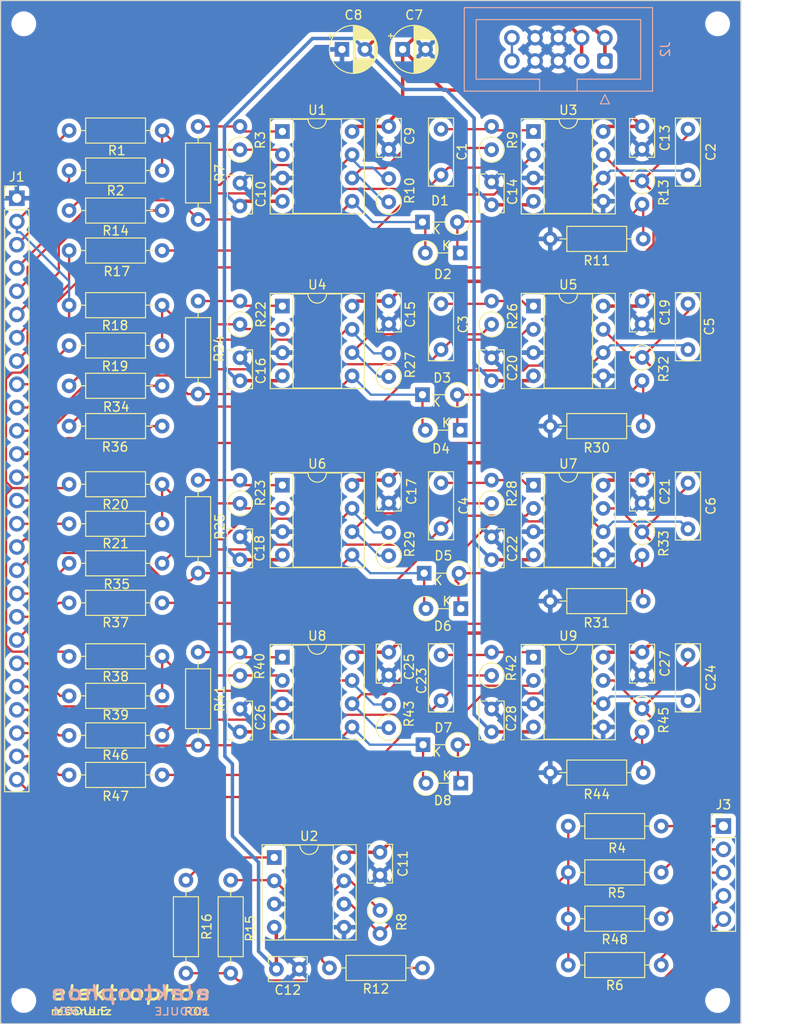
<source format=kicad_pcb>
(kicad_pcb (version 20221018) (generator pcbnew)
  (title_block (title "Noise") (date "2019-10-20") (rev "01") (comment 1 "Original design by Yves Usson") (comment 2 "PCB for main circuit") (comment 4 "License CC BY 4.0 - Attribution 4.0 International"))
  (layers (0 "F.Cu" signal) (31 "B.Cu" signal) (34 "B.Paste" user) (35 "F.Paste" user) (36 "B.SilkS" user "B.Silkscreen") (37 "F.SilkS" user "F.Silkscreen") (38 "B.Mask" user) (39 "F.Mask" user) (44 "Edge.Cuts" user))
  (net 0 "")
  (net 1 "GND")
  (net 2 "+15V")
  (net 3 "-15V")
  (net 4 "+5V")
  (net 5 "Net-(U3A--)")
  (net 6 "Net-(U3B--)")
  (net 7 "Net-(R12-Pad2)")
  (net 8 "Net-(U5A--)")
  (net 9 "Net-(C1-Pad1)")
  (net 10 "Net-(U7A--)")
  (net 11 "OUT_2")
  (net 12 "OUT_3")
  (net 13 "Net-(U5B--)")
  (net 14 "Net-(U7B--)")
  (net 15 "FREQ_1_b")
  (net 16 "FREQ_1_a")
  (net 17 "Net-(R3-Pad2)")
  (net 18 "Net-(U9A--)")
  (net 19 "Net-(U9B--)")
  (net 20 "Net-(D1-A)")
  (net 21 "OUT")
  (net 22 "Net-(R23-Pad2)")
  (net 23 "FREQ_1_c")
  (net 24 "IN_1")
  (net 25 "IN")
  (net 26 "OUT_1")
  (net 27 "FREQ_3_c")
  (net 28 "FREQ_3_b")
  (net 29 "FREQ_3_a")
  (net 30 "IN_3")
  (net 31 "FREQ_2_c")
  (net 32 "FREQ_2_b")
  (net 33 "FREQ_2_a")
  (net 34 "IN_2")
  (net 35 "RES_1")
  (net 36 "Net-(D3-A)")
  (net 37 "Net-(C3-Pad1)")
  (net 38 "Net-(D5-A)")
  (net 39 "Net-(C4-Pad1)")
  (net 40 "Net-(D7-A)")
  (net 41 "Net-(U1A--)")
  (net 42 "RES_2")
  (net 43 "RES_3")
  (net 44 "Net-(R16-Pad2)")
  (net 45 "Net-(U2B--)")
  (net 46 "Net-(U1B--)")
  (net 47 "Net-(R22-Pad2)")
  (net 48 "Net-(U2A--)")
  (net 49 "Net-(U4A--)")
  (net 50 "Net-(U6A--)")
  (net 51 "Net-(C23-Pad1)")
  (net 52 "Net-(U4B--)")
  (net 53 "OUT_4")
  (net 54 "Net-(U6B--)")
  (net 55 "RES_4")
  (net 56 "FREQ_4_b")
  (net 57 "FREQ_4_c")
  (net 58 "FREQ_4_a")
  (net 59 "IN_4")
  (net 60 "Net-(U8A--)")
  (net 61 "Net-(R40-Pad2)")
  (net 62 "Net-(U8B--)")
  (net 63 "MIX_2")
  (net 64 "MIX_4")
  (net 65 "MIX_3")
  (net 66 "MIX_1")
  (footprint "Capacitor_THT:C_Rect_L7.2mm_W2.5mm_P5.00mm_FKS2_FKP2_MKS2_MKP2" (layer "F.Cu") (at 88.773 54.69 -90)
    (fp_text reference "C1")
    (fp_text value "22n polyester")
  )
  (footprint "Capacitor_THT:C_Rect_L7.2mm_W2.5mm_P5.00mm_FKS2_FKP2_MKS2_MKP2" (layer "F.Cu") (at 115.7605 54.69 -90)
    (fp_text reference "C2")
    (fp_text value "22n polyester")
  )
  (footprint "Capacitor_THT:C_Rect_L7.2mm_W2.5mm_P5.00mm_FKS2_FKP2_MKS2_MKP2" (layer "F.Cu") (at 88.773 73.764 -90)
    (fp_text reference "C3")
    (fp_text value "22n polyester")
  )
  (footprint "Capacitor_THT:C_Rect_L7.2mm_W2.5mm_P5.00mm_FKS2_FKP2_MKS2_MKP2" (layer "F.Cu") (at 88.773 93.322 -90)
    (fp_text reference "C4")
    (fp_text value "22n polyester")
  )
  (footprint "Capacitor_THT:C_Rect_L7.2mm_W2.5mm_P5.00mm_FKS2_FKP2_MKS2_MKP2" (layer "F.Cu") (at 115.7605 73.764 -90)
    (fp_text reference "C5")
    (fp_text value "22n polyester")
  )
  (footprint "Capacitor_THT:C_Rect_L7.2mm_W2.5mm_P5.00mm_FKS2_FKP2_MKS2_MKP2" (layer "F.Cu") (at 115.7605 93.345 -90)
    (fp_text reference "C6")
    (fp_text value "22n polyester")
  )
  (footprint "Diode_THT:D_DO-35_SOD27_P3.81mm_Vertical_KathodeUp" (layer "F.Cu") (at 86.747129 64.8335)
    (fp_text reference "D1")
    (fp_text value "1N4148")
  )
  (footprint "Diode_THT:D_DO-35_SOD27_P3.81mm_Vertical_KathodeUp" (layer "F.Cu") (at 90.8685 68.2106 180)
    (fp_text reference "D2")
    (fp_text value "1N4148")
  )
  (footprint "Diode_THT:D_DO-35_SOD27_P3.81mm_Vertical_KathodeUp" (layer "F.Cu") (at 86.747129 83.693)
    (fp_text reference "D3")
    (fp_text value "1N4148")
  )
  (footprint "Diode_THT:D_DO-35_SOD27_P3.81mm_Vertical_KathodeUp" (layer "F.Cu") (at 90.8685 87.5665 180)
    (fp_text reference "D4")
    (fp_text value "1N4148")
  )
  (footprint "Diode_THT:D_DO-35_SOD27_P3.81mm_Vertical_KathodeUp" (layer "F.Cu") (at 86.9315 103.1875)
    (fp_text reference "D5")
    (fp_text value "1N4148")
  )
  (footprint "Diode_THT:D_DO-35_SOD27_P3.81mm_Vertical_KathodeUp" (layer "F.Cu") (at 90.932 107.061 180)
    (fp_text reference "D6")
    (fp_text value "1N4148")
  )
  (footprint "Resistor_THT:R_Axial_DIN0207_L6.3mm_D2.5mm_P10.16mm_Horizontal" (layer "F.Cu") (at 48.133 54.84)
    (fp_text reference "R1")
    (fp_text value "47k")
  )
  (footprint "Resistor_THT:R_Axial_DIN0207_L6.3mm_D2.5mm_P10.16mm_Horizontal" (layer "F.Cu") (at 48.133 59.208333)
    (fp_text reference "R2")
    (fp_text value "47k")
  )
  (footprint "Resistor_THT:R_Axial_DIN0207_L6.3mm_D2.5mm_P2.54mm_Vertical" (layer "F.Cu") (at 66.802 56.93 90)
    (fp_text reference "R3")
    (fp_text value "47k")
  )
  (footprint "Resistor_THT:R_Axial_DIN0207_L6.3mm_D2.5mm_P10.16mm_Horizontal" (layer "F.Cu") (at 102.6795 130.81)
    (fp_text reference "R4")
    (fp_text value "100k")
  )
  (footprint "Resistor_THT:R_Axial_DIN0207_L6.3mm_D2.5mm_P10.16mm_Horizontal" (layer "F.Cu") (at 102.6795 135.868833)
    (fp_text reference "R5")
    (fp_text value "100k")
  )
  (footprint "Resistor_THT:R_Axial_DIN0207_L6.3mm_D2.5mm_P10.16mm_Horizontal" (layer "F.Cu") (at 102.6795 145.9865)
    (fp_text reference "R6")
    (fp_text value "100k")
  )
  (footprint "Resistor_THT:R_Axial_DIN0207_L6.3mm_D2.5mm_P10.16mm_Horizontal" (layer "F.Cu") (at 62.23 54.39 -90)
    (fp_text reference "R7")
    (fp_text value "10k")
  )
  (footprint "Resistor_THT:R_Axial_DIN0207_L6.3mm_D2.5mm_P2.54mm_Vertical" (layer "F.Cu") (at 82.1055 140.0175 -90)
    (fp_text reference "R8")
    (fp_text value "100k")
  )
  (footprint "Resistor_THT:R_Axial_DIN0207_L6.3mm_D2.5mm_P2.54mm_Vertical" (layer "F.Cu") (at 94.2975 56.93 90)
    (fp_text reference "R9")
    (fp_text value "10k")
  )
  (footprint "Resistor_THT:R_Axial_DIN0207_L6.3mm_D2.5mm_P2.54mm_Vertical" (layer "F.Cu") (at 83.058 62.629 90)
    (fp_text reference "R10")
    (fp_text value "10k")
  )
  (footprint "Resistor_THT:R_Axial_DIN0207_L6.3mm_D2.5mm_P10.16mm_Horizontal" (layer "F.Cu") (at 110.871 66.675 180)
    (fp_text reference "R11")
    (fp_text value "15k")
  )
  (footprint "Resistor_THT:R_Axial_DIN0207_L6.3mm_D2.5mm_P10.16mm_Horizontal" (layer "F.Cu") (at 76.581 146.304)
    (fp_text reference "R12")
    (fp_text value "100k")
  )
  (footprint "Resistor_THT:R_Axial_DIN0207_L6.3mm_D2.5mm_P2.54mm_Vertical" (layer "F.Cu") (at 110.744 60.3485 -90)
    (fp_text reference "R13")
    (fp_text value "6k8")
  )
  (footprint "Resistor_THT:R_Axial_DIN0207_L6.3mm_D2.5mm_P10.16mm_Horizontal" (layer "F.Cu") (at 48.133 63.576666)
    (fp_text reference "R14")
    (fp_text value "680")
  )
  (footprint "Resistor_THT:R_Axial_DIN0207_L6.3mm_D2.5mm_P10.16mm_Horizontal" (layer "F.Cu") (at 65.786 146.881 90)
    (fp_text reference "R15")
    (fp_text value "100k")
  )
  (footprint "Resistor_THT:R_Axial_DIN0207_L6.3mm_D2.5mm_P10.16mm_Horizontal" (layer "F.Cu") (at 60.8965 146.881 90)
    (fp_text reference "R16")
    (fp_text value "1k")
  )
  (footprint "Resistor_THT:R_Axial_DIN0207_L6.3mm_D2.5mm_P10.16mm_Horizontal" (layer "F.Cu") (at 58.293 67.945 180)
    (fp_text reference "R17")
    (fp_text value "680")
  )
  (footprint "Resistor_THT:R_Axial_DIN0207_L6.3mm_D2.5mm_P10.16mm_Horizontal" (layer "F.Cu") (at 48.133 73.914)
    (fp_text reference "R18")
    (fp_text value "47k")
  )
  (footprint "Resistor_THT:R_Axial_DIN0207_L6.3mm_D2.5mm_P10.16mm_Horizontal" (layer "F.Cu") (at 48.133 78.3167)
    (fp_text reference "R19")
    (fp_text value "47k")
  )
  (footprint "Resistor_THT:R_Axial_DIN0207_L6.3mm_D2.5mm_P10.16mm_Horizontal" (layer "F.Cu") (at 48.133 93.472)
    (fp_text reference "R20")
    (fp_text value "47k")
  )
  (footprint "Resistor_THT:R_Axial_DIN0207_L6.3mm_D2.5mm_P10.16mm_Horizontal" (layer "F.Cu") (at 48.133 97.79)
    (fp_text reference "R21")
    (fp_text value "47k")
  )
  (footprint "Resistor_THT:R_Axial_DIN0207_L6.3mm_D2.5mm_P2.54mm_Vertical" (layer "F.Cu") (at 66.802 76.004 90)
    (fp_text reference "R22")
    (fp_text value "47k")
  )
  (footprint "Resistor_THT:R_Axial_DIN0207_L6.3mm_D2.5mm_P2.54mm_Vertical" (layer "F.Cu") (at 66.802 95.562 90)
    (fp_text reference "R23")
    (fp_text value "47k")
  )
  (footprint "Resistor_THT:R_Axial_DIN0207_L6.3mm_D2.5mm_P10.16mm_Horizontal" (layer "F.Cu") (at 62.23 73.464 -90)
    (fp_text reference "R24")
    (fp_text value "10k")
  )
  (footprint "Resistor_THT:R_Axial_DIN0207_L6.3mm_D2.5mm_P10.16mm_Horizontal" (layer "F.Cu") (at 62.23 93.022 -90)
    (fp_text reference "R25")
    (fp_text value "10k")
  )
  (footprint "Resistor_THT:R_Axial_DIN0207_L6.3mm_D2.5mm_P2.54mm_Vertical" (layer "F.Cu") (at 94.2975 76.004 90)
    (fp_text reference "R26")
    (fp_text value "10k")
  )
  (footprint "Resistor_THT:R_Axial_DIN0207_L6.3mm_D2.5mm_P2.54mm_Vertical" (layer "F.Cu") (at 83.058 81.714 90)
    (fp_text reference "R27")
    (fp_text value "10k")
  )
  (footprint "Resistor_THT:R_Axial_DIN0207_L6.3mm_D2.5mm_P2.54mm_Vertical" (layer "F.Cu") (at 94.2975 95.562 90)
    (fp_text reference "R28")
    (fp_text value "10k")
  )
  (footprint "Resistor_THT:R_Axial_DIN0207_L6.3mm_D2.5mm_P2.54mm_Vertical" (layer "F.Cu") (at 83.058 101.272 90)
    (fp_text reference "R29")
    (fp_text value "10k")
  )
  (footprint "Resistor_THT:R_Axial_DIN0207_L6.3mm_D2.5mm_P10.16mm_Horizontal" (layer "F.Cu") (at 110.871 87.122 180)
    (fp_text reference "R30")
    (fp_text value "15k")
  )
  (footprint "Resistor_THT:R_Axial_DIN0207_L6.3mm_D2.5mm_P10.16mm_Horizontal" (layer "F.Cu") (at 110.871 106.2355 180)
    (fp_text reference "R31")
    (fp_text value "15k")
  )
  (footprint "Resistor_THT:R_Axial_DIN0207_L6.3mm_D2.5mm_P2.54mm_Vertical" (layer "F.Cu") (at 110.744 79.624 -90)
    (fp_text reference "R32")
    (fp_text value "6k8")
  )
  (footprint "Resistor_THT:R_Axial_DIN0207_L6.3mm_D2.5mm_P2.54mm_Vertical" (layer "F.Cu") (at 110.744 98.679 -90)
    (fp_text reference "R33")
    (fp_text value "6k8")
  )
  (footprint "Resistor_THT:R_Axial_DIN0207_L6.3mm_D2.5mm_P10.16mm_Horizontal" (layer "F.Cu") (at 48.133 82.7193)
    (fp_text reference "R34")
    (fp_text value "680")
  )
  (footprint "Resistor_THT:R_Axial_DIN0207_L6.3mm_D2.5mm_P10.16mm_Horizontal" (layer "F.Cu") (at 58.293 102.108 180)
    (fp_text reference "R35")
    (fp_text value "680")
  )
  (footprint "Resistor_THT:R_Axial_DIN0207_L6.3mm_D2.5mm_P10.16mm_Horizontal" (layer "F.Cu") (at 48.133 87.122)
    (fp_text reference "R36")
    (fp_text value "680")
  )
  (footprint "Resistor_THT:R_Axial_DIN0207_L6.3mm_D2.5mm_P10.16mm_Horizontal" (layer "F.Cu") (at 58.293 106.426 180)
    (fp_text reference "R37")
    (fp_text value "680")
  )
  (footprint "Capacitor_THT:CP_Radial_D5.0mm_P2.50mm" (layer "F.Cu") (at 84.582 45.974)
    (fp_text reference "C7")
    (fp_text value "10u")
  )
  (footprint "Capacitor_THT:CP_Radial_D5.0mm_P2.50mm" (layer "F.Cu") (at 77.952 45.974)
    (fp_text reference "C8")
    (fp_text value "10u")
  )
  (footprint "Capacitor_THT:C_Rect_L4.0mm_W2.5mm_P2.50mm" (layer "F.Cu") (at 83.058 54.39 -90)
    (fp_text reference "C9")
    (fp_text value "0.1u")
  )
  (footprint "Capacitor_THT:C_Rect_L4.0mm_W2.5mm_P2.50mm" (layer "F.Cu") (at 66.802 60.579 -90)
    (fp_text reference "C10")
    (fp_text value "0.1u")
  )
  (footprint "Capacitor_THT:C_Rect_L4.0mm_W2.5mm_P2.50mm" (layer "F.Cu") (at 82.1055 133.6675 -90)
    (fp_text reference "C11")
    (fp_text value "0.1u")
  )
  (footprint "Capacitor_THT:C_Rect_L4.0mm_W2.5mm_P2.50mm" (layer "F.Cu") (at 73.279 146.431 180)
    (fp_text reference "C12")
    (fp_text value "0.1u")
  )
  (footprint "Capacitor_THT:C_Rect_L4.0mm_W2.5mm_P2.50mm" (layer "F.Cu") (at 110.744 54.39 -90)
    (fp_text reference "C13")
    (fp_text value "0.1u")
  )
  (footprint "Capacitor_THT:C_Rect_L4.0mm_W2.5mm_P2.50mm" (layer "F.Cu") (at 94.2975 60.452 -90)
    (fp_text reference "C14")
    (fp_text value "0.1u")
  )
  (footprint "Capacitor_THT:C_Rect_L4.0mm_W2.5mm_P2.50mm" (layer "F.Cu") (at 83.058 73.464 -90)
    (fp_text reference "C15")
    (fp_text value "0.1u")
  )
  (footprint "Capacitor_THT:C_Rect_L4.0mm_W2.5mm_P2.50mm" (layer "F.Cu") (at 66.802 79.664 -90)
    (fp_text reference "C16")
    (fp_text value "0.1u")
  )
  (footprint "Capacitor_THT:C_Rect_L4.0mm_W2.5mm_P2.50mm" (layer "F.Cu") (at 83.058 93.022 -90)
    (fp_text reference "C17")
    (fp_text value "0.1u")
  )
  (footprint "Capacitor_THT:C_Rect_L4.0mm_W2.5mm_P2.50mm" (layer "F.Cu") (at 66.802 99.222 -90)
    (fp_text reference "C18")
    (fp_text value "0.1u")
  )
  (footprint "Capacitor_THT:C_Rect_L4.0mm_W2.5mm_P2.50mm" (layer "F.Cu") (at 110.744 73.464 -90)
    (fp_text reference "C19")
    (fp_text value "0.1u")
  )
  (footprint "Capacitor_THT:C_Rect_L4.0mm_W2.5mm_P2.50mm" (layer "F.Cu") (at 94.2975 79.664 -90)
    (fp_text reference "C20")
    (fp_text value "0.1u")
  )
  (footprint "Capacitor_THT:C_Rect_L4.0mm_W2.5mm_P2.50mm" (layer "F.Cu") (at 110.744 93.022 -90)
    (fp_text reference "C21")
    (fp_text value "0.1u")
  )
  (footprint "Capacitor_THT:C_Rect_L4.0mm_W2.5mm_P2.50mm" (layer "F.Cu") (at 94.2975 99.222 -90)
    (fp_text reference "C22")
    (fp_text value "0.1u")
  )
  (footprint "Capacitor_THT:C_Rect_L7.2mm_W2.5mm_P5.00mm_FKS2_FKP2_MKS2_MKP2" (layer "F.Cu") (at 88.773 112.118 -90)
    (fp_text reference "C23")
    (fp_text value "22n polyester")
  )
  (footprint "Capacitor_THT:C_Rect_L7.2mm_W2.5mm_P5.00mm_FKS2_FKP2_MKS2_MKP2" (layer "F.Cu") (at 115.7605 112.118 -90)
    (fp_text reference "C24")
    (fp_text value "22n polyester")
  )
  (footprint "Capacitor_THT:C_Rect_L4.0mm_W2.5mm_P2.50mm" (layer "F.Cu") (at 83.058 111.818 -90)
    (fp_text reference "C25")
    (fp_text value "0.1u")
  )
  (footprint "Capacitor_THT:C_Rect_L4.0mm_W2.5mm_P2.50mm" (layer "F.Cu") (at 66.802 118.018 -90)
    (fp_text reference "C26")
    (fp_text value "0.1u")
  )
  (footprint "Capacitor_THT:C_Rect_L4.0mm_W2.5mm_P2.50mm" (layer "F.Cu") (at 110.744 111.818 -90)
    (fp_text reference "C27")
    (fp_text value "0.1u")
  )
  (footprint "Capacitor_THT:C_Rect_L4.0mm_W2.5mm_P2.50mm" (layer "F.Cu") (at 94.2975 118.018 -90)
    (fp_text reference "C28")
    (fp_text value "0.1u")
  )
  (footprint "Diode_THT:D_DO-35_SOD27_P3.81mm_Vertical_KathodeUp" (layer "F.Cu") (at 86.810629 121.92)
    (fp_text reference "D7")
    (fp_text value "1N4148")
  )
  (footprint "Diode_THT:D_DO-35_SOD27_P3.81mm_Vertical_KathodeUp" (layer "F.Cu") (at 90.932 126.123 180)
    (fp_text reference "D8")
    (fp_text value "1N4148")
  )
  (footprint "Resistor_THT:R_Axial_DIN0207_L6.3mm_D2.5mm_P10.16mm_Horizontal" (layer "F.Cu") (at 48.133 112.268)
    (fp_text reference "R38")
    (fp_text value "47k")
  )
  (footprint "Resistor_THT:R_Axial_DIN0207_L6.3mm_D2.5mm_P10.16mm_Horizontal" (layer "F.Cu") (at 48.133 116.586)
    (fp_text reference "R39")
    (fp_text value "47k")
  )
  (footprint "Resistor_THT:R_Axial_DIN0207_L6.3mm_D2.5mm_P2.54mm_Vertical" (layer "F.Cu") (at 66.802 114.358 90)
    (fp_text reference "R40")
    (fp_text value "47k")
  )
  (footprint "Resistor_THT:R_Axial_DIN0207_L6.3mm_D2.5mm_P10.16mm_Horizontal" (layer "F.Cu") (at 62.23 111.818 -90)
    (fp_text reference "R41")
    (fp_text value "10k")
  )
  (footprint "Resistor_THT:R_Axial_DIN0207_L6.3mm_D2.5mm_P2.54mm_Vertical" (layer "F.Cu") (at 94.2975 114.358 90)
    (fp_text reference "R42")
    (fp_text value "10k")
  )
  (footprint "Resistor_THT:R_Axial_DIN0207_L6.3mm_D2.5mm_P2.54mm_Vertical" (layer "F.Cu") (at 83.058 120.068 90)
    (fp_text reference "R43")
    (fp_text value "10k")
  )
  (footprint "Resistor_THT:R_Axial_DIN0207_L6.3mm_D2.5mm_P10.16mm_Horizontal" (layer "F.Cu") (at 110.871 124.968 180)
    (fp_text reference "R44")
    (fp_text value "15k")
  )
  (footprint "Resistor_THT:R_Axial_DIN0207_L6.3mm_D2.5mm_P2.54mm_Vertical" (layer "F.Cu") (at 110.744 117.978 -90)
    (fp_text reference "R45")
    (fp_text value "6k8")
  )
  (footprint "Resistor_THT:R_Axial_DIN0207_L6.3mm_D2.5mm_P10.16mm_Horizontal" (layer "F.Cu") (at 58.293 120.904 180)
    (fp_text reference "R46")
    (fp_text value "680")
  )
  (footprint "Resistor_THT:R_Axial_DIN0207_L6.3mm_D2.5mm_P10.16mm_Horizontal" (layer "F.Cu") (at 58.293 125.222 180)
    (fp_text reference "R47")
    (fp_text value "680")
  )
  (footprint "Connector_PinHeader_2.54mm:PinHeader_1x26_P2.54mm_Vertical" (layer "F.Cu") (at 42.418 62.23)
    (fp_text reference "J1")
    (fp_text value "Conn_01x26_Female" hide)
  )
  (footprint "Connector_PinHeader_2.54mm:PinHeader_1x05_P2.54mm_Vertical" (layer "F.Cu") (at 119.634 130.81)
    (fp_text reference "J3")
    (fp_text value "Conn_01x05_Female")
  )
  (footprint "Package_DIP:DIP-8_W7.62mm_Socket" (layer "F.Cu") (at 71.4375 54.94)
    (fp_text reference "U1")
    (fp_text value "LM1458")
  )
  (footprint "Package_DIP:DIP-8_W7.62mm_Socket" (layer "F.Cu") (at 98.8695 54.94)
    (fp_text reference "U3")
    (fp_text value "LM1458")
  )
  (footprint "Package_DIP:DIP-8_W7.62mm_Socket" (layer "F.Cu") (at 71.4375 74.014)
    (fp_text reference "U4")
    (fp_text value "LM1458")
  )
  (footprint "Package_DIP:DIP-8_W7.62mm_Socket" (layer "F.Cu") (at 98.8695 74.014)
    (fp_text reference "U5")
    (fp_text value "LM1458")
  )
  (footprint "Package_DIP:DIP-8_W7.62mm_Socket" (layer "F.Cu") (at 71.4375 93.572)
    (fp_text reference "U6")
    (fp_text value "LM1458")
  )
  (footprint "Package_DIP:DIP-8_W7.62mm_Socket" (layer "F.Cu") (at 98.8695 93.572)
    (fp_text reference "U7")
    (fp_text value "LM1458")
  )
  (footprint "Package_DIP:DIP-8_W7.62mm_Socket" (layer "F.Cu") (at 71.4375 112.368)
    (fp_text reference "U8")
    (fp_text value "LM1458")
  )
  (footprint "Package_DIP:DIP-8_W7.62mm_Socket" (layer "F.Cu") (at 98.8695 112.368)
    (fp_text reference "U9")
    (fp_text value "LM1458")
  )
  (footprint "MountingHole:MountingHole_2.2mm_M2" (layer "F.Cu") (at 43.18 43.18)
    (fp_text reference "H1" hide)
    (fp_text value "MountingHole" hide)
  )
  (footprint "MountingHole:MountingHole_2.2mm_M2" (layer "F.Cu") (at 119 43.18)
    (fp_text reference "H2" hide)
    (fp_text value "MountingHole" hide)
  )
  (footprint "MountingHole:MountingHole_2.2mm_M2" (layer "F.Cu") (at 119 149.86)
    (fp_text reference "H3" hide)
    (fp_text value "MountingHole" hide)
  )
  (footprint "MountingHole:MountingHole_2.2mm_M2" (layer "F.Cu") (at 43.18 149.86)
    (fp_text reference "H4" hide)
    (fp_text value "MountingHole" hide)
  )
  (footprint "Resistor_THT:R_Axial_DIN0207_L6.3mm_D2.5mm_P10.16mm_Horizontal" (layer "F.Cu") (at 102.6795 140.927666)
    (fp_text reference "R48")
    (fp_text value "100k")
  )
  (footprint "Package_DIP:DIP-8_W7.62mm_Socket" (layer "F.Cu") (at 70.5485 134.239)
    (fp_text reference "U2")
    (fp_text value "TL072")
  )
  (footprint "elektrophon:elektrophon logo" (layer "F.Cu") (at 54.864 150.0505)
    (fp_text reference "REF1" hide)
    (fp_text value "elektrophon logo" hide)
  )
  (footprint "Connector_IDC:IDC-Header_2x05_P2.54mm_Vertical" (layer "B.Cu") (at 106.68 47.244 90)
    (fp_text reference "J2")
    (fp_text value "IDC Header")
  )
  (gr_line (start 40.64 152.4) (end 40.64 40.64) (stroke (width 0.12)) (layer "Edge.Cuts"))
  (gr_line (start 40.64 152.4) (end 121.54 152.4) (stroke (width 0.12)) (layer "Edge.Cuts"))
  (gr_line (start 40.64 40.64) (end 121.54 40.64) (stroke (width 0.12)) (layer "Edge.Cuts"))
  (gr_line (start 121.54 40.64) (end 121.54 152.4) (stroke (width 0.12)) (layer "Edge.Cuts"))
  (segment (start 85.2115 71.3105) (end 113.03 71.3105) (width 0.381) (layer "F.Cu") (net 2))
  (segment (start 83.058 111.818) (end 79.6075 111.818) (width 0.381) (layer "F.Cu") (net 2))
  (segment (start 107.188 50.419) (end 116.5225 50.419) (width 0.381) (layer "F.Cu") (net 2))
  (segment (start 84.582 45.974) (end 88.509489 42.046511) (width 0.381) (layer "F.Cu") (net 2))
  (segment (start 79.6075 93.022) (end 79.0575 93.572) (width 0.381) (layer "F.Cu") (net 2))
  (segment (start 113.03 71.3105) (end 114.6175 71.3105) (width 0.381) (layer "F.Cu") (net 2))
  (segment (start 107.0395 54.39) (end 106.4895 54.94) (width 0.381) (layer "F.Cu") (net 2))
  (segment (start 84.9575 91.1225) (end 113.665 91.1225) (width 0.381) (layer "F.Cu") (net 2))
  (segment (start 112.6435 91.1225) (end 110.744 93.022) (width 0.381) (layer "F.Cu") (net 2))
  (segment (start 116.205 128.7145) (end 87.0585 128.7145) (width 0.381) (layer "F.Cu") (net 2))
  (segment (start 83.058 54.39) (end 79.29 54.39) (width 0.381) (layer "F.Cu") (net 2))
  (segment (start 106.4895 74.014) (end 110.194 74.014) (width 0.381) (layer "F.Cu") (net 2))
  (segment (start 120.3325 65.5955) (end 120.3325 86.6775) (width 0.381) (layer "F.Cu") (net 2))
  (segment (start 84.582 45.974) (end 84.582 52.358) (width 0.381) (layer "F.Cu") (net 2))
  (segment (start 88.509489 42.046511) (end 101.482511 42.046511) (width 0.381) (layer "F.Cu") (net 2))
  (segment (start 83.058 111.818) (end 85.148 109.728) (width 0.381) (layer "F.Cu") (net 2))
  (segment (start 82.1055 133.6675) (end 78.74 133.6675) (width 0.381) (layer "F.Cu") (net 2))
  (segment (start 85.148 109.728) (end 113.0935 109.728) (width 0.381) (layer "F.Cu") (net 2))
  (segment (start 84.582 45.974) (end 89.027 50.419) (width 0.381) (layer "F.Cu") (net 2))
  (segment (start 101.482511 42.046511) (end 104.14 44.704) (width 0.381) (layer "F.Cu") (net 2))
  (segment (start 113.0935 109.728) (end 115.8875 109.728) (width 0.381) (layer "F.Cu") (net 2))
  (segment (start 107.0395 111.818) (end 106.4895 112.368) (width 0.381) (layer "F.Cu") (net 2))
  (segment (start 104.14 44.704) (end 104.14 47.244) (width 0.381) (layer "F.Cu") (net 2))
  (segment (start 112.834 109.728) (end 110.744 111.818) (width 0.381) (layer "F.Cu") (net 2))
  (segment (start 112.8975 71.3105) (end 110.744 73.464) (width 0.381) (layer "F.Cu") (net 2))
  (segment (start 110.744 111.818) (end 107.0395 111.818) (width 0.381) (layer "F.Cu") (net 2))
  (segment (start 89.027 50.419) (end 107.188 50.419) (width 0.381) (layer "F.Cu") (net 2))
  (segment (start 79.29 54.39) (end 78.74 54.94) (width 0.381) (layer "F.Cu") (net 2))
  (segment (start 113.03 71.3105) (end 112.8975 71.3105) (width 0.381) (layer "F.Cu") (net 2))
  (segment (start 113.0935 109.728) (end 112.834 109.728) (width 0.381) (layer "F.Cu") (net 2))
  (segment (start 84.582 52.358) (end 82.55 54.39) (width 0.381) (layer "F.Cu") (net 2))
  (segment (start 83.058 73.464) (end 79.6075 73.464) (width 0.381) (layer "F.Cu") (net 2))
  (segment (start 78.74 133.6675) (end 78.1685 134.239) (width 0.381) (layer "F.Cu") (net 2))
  (segment (start 115.8875 91.1225) (end 120.3325 86.6775) (width 0.381) (layer "F.Cu") (net 2))
  (segment (start 120.3325 105.283) (end 120.3325 124.587) (width 0.381) (layer "F.Cu") (net 2))
  (segment (start 120.3325 54.229) (end 120.3325 65.5955) (width 0.381) (layer "F.Cu") (net 2))
  (segment (start 83.058 73.464) (end 85.2115 71.3105) (width 0.381) (layer "F.Cu") (net 2))
  (segment (start 115.8875 109.728) (end 120.3325 105.283) (width 0.381) (layer "F.Cu") (net 2))
  (segment (start 83.058 93.022) (end 79.6075 93.022) (width 0.381) (layer "F.Cu") (net 2))
  (segment (start 114.6175 71.3105) (end 120.3325 65.5955) (width 0.381) (layer "F.Cu") (net 2))
  (segment (start 113.665 91.1225) (end 112.6435 91.1225) (width 0.381) (layer "F.Cu") (net 2))
  (segment (start 107.0395 93.022) (end 106.4895 93.572) (width 0.381) (layer "F.Cu") (net 2))
  (segment (start 79.6075 73.464) (end 79.0575 74.014) (width 0.381) (layer "F.Cu") (net 2))
  (segment (start 110.744 93.022) (end 107.0395 93.022) (width 0.381) (layer "F.Cu") (net 2))
  (segment (start 116.5225 50.419) (end 120.3325 54.229) (width 0.381) (layer "F.Cu") (net 2))
  (segment (start 110.194 74.014) (end 110.744 73.464) (width 0.381) (layer "F.Cu") (net 2))
  (segment (start 113.665 91.1225) (end 115.8875 91.1225) (width 0.381) (layer "F.Cu") (net 2))
  (segment (start 79.6075 111.818) (end 79.0575 112.368) (width 0.381) (layer "F.Cu") (net 2))
  (segment (start 110.744 54.39) (end 107.0395 54.39) (width 0.381) (layer "F.Cu") (net 2))
  (segment (start 107.188 50.834) (end 110.744 54.39) (width 0.381) (layer "F.Cu") (net 2))
  (segment (start 107.188 50.419) (end 107.188 50.834) (width 0.381) (layer "F.Cu") (net 2))
  (segment (start 120.3325 124.587) (end 116.205 128.7145) (width 0.381) (layer "F.Cu") (net 2))
  (segment (start 120.3325 86.6775) (end 120.3325 105.283) (width 0.381) (layer "F.Cu") (net 2))
  (segment (start 83.058 93.022) (end 84.9575 91.1225) (width 0.381) (layer "F.Cu") (net 2))
  (segment (start 87.0585 128.7145) (end 82.1055 133.6675) (width 0.381) (layer "F.Cu") (net 2))
  (segment (start 98.3395 82.164) (end 98.8695 81.634) (width 0.381) (layer "F.Cu") (net 3))
  (segment (start 94.2975 120.518) (end 98.3395 120.518) (width 0.381) (layer "F.Cu") (net 3))
  (segment (start 70.779 142.026) (end 70.612 141.859) (width 0.381) (layer "F.Cu") (net 3))
  (segment (start 70.9075 82.164) (end 71.4375 81.634) (width 0.381) (layer "F.Cu") (net 3))
  (segment (start 66.802 101.722) (end 70.9075 101.722) (width 0.381) (layer "F.Cu") (net 3))
  (segment (start 66.802 120.518) (end 70.9075 120.518) (width 0.381) (layer "F.Cu") (net 3))
  (segment (start 94.2975 62.952) (end 98.4775 62.952) (width 0.381) (layer "F.Cu") (net 3))
  (segment (start 66.802 82.164) (end 70.9075 82.164) (width 0.381) (layer "F.Cu") (net 3))
  (segment (start 70.9075 101.722) (end 71.4375 101.192) (width 0.381) (layer "F.Cu") (net 3))
  (segment (start 71.4375 62.56) (end 67.321 62.56) (width 0.381) (layer "F.Cu") (net 3))
  (segment (start 94.2975 82.164) (end 98.3395 82.164) (width 0.381) (layer "F.Cu") (net 3))
  (segment (start 98.3395 101.722) (end 98.8695 101.192) (width 0.381) (layer "F.Cu") (net 3))
  (segment (start 80.452 45.974) (end 84.9605 41.4655) (width 0.381) (layer "F.Cu") (net 3))
  (segment (start 70.779 146.431) (end 70.779 142.026) (width 0.381) (layer "F.Cu") (net 3))
  (segment (start 98.3395 120.518) (end 98.8695 119.988) (width 0.381) (layer "F.Cu") (net 3))
  (segment (start 70.9075 120.518) (end 71.4375 119.988) (width 0.381) (layer "F.Cu") (net 3))
  (segment (start 103.251 41.4655) (end 106.4895 44.704) (width 0.381) (layer "F.Cu") (net 3))
  (segment (start 106.4895 44.704) (end 106.68 44.704) (width 0.381) (layer "F.Cu") (net 3))
  (segment (start 67.321 62.56) (end 66.802 63.079) (width 0.381) (layer "F.Cu") (net 3))
  (segment (start 98.4775 62.952) (end 98.8695 62.56) (width 0.381) (layer "F.Cu") (net 3))
  (segment (start 94.2975 101.722) (end 98.3395 101.722) (width 0.381) (layer "F.Cu") (net 3))
  (segment (start 84.9605 41.4655) (end 103.251 41.4655) (width 0.381) (layer "F.Cu") (net 3))
  (segment (start 106.68 44.704) (end 106.68 47.244) (width 0.381) (layer "F.Cu") (net 3))
  (segment (start 92.3925 118.613) (end 94.2975 120.518) (width 0.381) (layer "B.Cu") (net 3))
  (segment (start 65.103499 78.978001) (end 65.103499 98.821999) (width 0.381) (layer "B.Cu") (net 3))
  (segment (start 81.642501 47.225501) (end 84.7725 50.3555) (width 0.381) (layer "B.Cu") (net 3))
  (segment (start 79.2615 44.7835) (end 80.452 45.974) (width 0.381) (layer "B.Cu") (net 3))
  (segment (start 65.151 123.19) (end 65.9765 124.0155) (width 0.381) (layer "B.Cu") (net 3))
  (segment (start 65.103499 80.719499) (end 66.548 82.164) (width 0.381) (layer "B.Cu") (net 3))
  (segment (start 92.3925 80.259) (end 94.2975 82.164) (width 0.381) (layer "B.Cu") (net 3))
  (segment (start 92.3925 59.7535) (end 92.3925 78.994) (width 0.381) (layer "B.Cu") (net 3))
  (segment (start 65.151 118.649502) (end 65.151 123.19) (width 0.381) (layer "B.Cu") (net 3))
  (segment (start 92.3925 59.7535) (end 92.3925 61.047) (width 0.381) (layer "B.Cu") (net 3))
  (segment (start 65.103499 119.327499) (end 66.294 120.518) (width 0.381) (layer "B.Cu") (net 3))
  (segment (start 65.103499 98.821999) (end 65.103499 100.277499) (width 0.381) (layer "B.Cu") (net 3))
  (segment (start 92.3925 98.8695) (end 92.3925 99.817) (width 0.381) (layer "B.Cu") (net 3))
  (segment (start 84.7725 50.3555) (end 89.281 50.3555) (width 0.381) (layer "B.Cu") (net 3))
  (segment (start 65.9765 131.906402) (end 68.834 134.763902) (width 0.381) (layer "B.Cu") (net 3))
  (segment (start 68.834 144.486) (end 70.779 146.431) (width 0.381) (layer "B.Cu") (net 3))
  (segment (start 65.103499 118.602001) (end 65.151 118.649502) (width 0.381) (layer "B.Cu") (net 3))
  (segment (start 65.9765 124.0155) (end 65.9765 131.906402) (width 0.381) (layer "B.Cu") (net 3))
  (segment (start 65.103499 98.821999) (end 65.103499 118.602001) (width 0.381) (layer "B.Cu") (net 3))
  (segment (start 89.281 50.3555) (end 92.3925 53.467) (width 0.381) (layer "B.Cu") (net 3))
  (segment (start 65.103499 118.602001) (end 65.103499 119.327499) (width 0.381) (layer "B.Cu") (net 3))
  (segment (start 92.3925 53.467) (end 92.3925 59.7535) (width 0.381) (layer "B.Cu") (net 3))
  (segment (start 65.103499 65) (end 65.103499 54.404879) (width 0.381) (layer "B.Cu") (net 3))
  (segment (start 80.452 45.974) (end 84.262 49.784) (width 0.381) (layer "B.Cu") (net 3))
  (segment (start 65.103499 61.634499) (end 66.548 63.079) (width 0.381) (layer "B.Cu") (net 3))
  (segment (start 92.3925 78.994) (end 92.3925 80.259) (width 0.381) (layer "B.Cu") (net 3))
  (segment (start 80.452 45.974) (end 81.642501 47.164501) (width 0.381) (layer "B.Cu") (net 3))
  (segment (start 68.834 134.763902) (end 68.834 144.486) (width 0.381) (layer "B.Cu") (net 3))
  (segment (start 81.642501 47.164501) (end 81.642501 47.225501) (width 0.381) (layer "B.Cu") (net 3))
  (segment (start 92.3925 61.047) (end 94.2975 62.952) (width 0.381) (layer "B.Cu") (net 3))
  (segment (start 65.103499 61.634499) (end 65.103499 65) (width 0.381) (layer "B.Cu") (net 3))
  (segment (start 65.103499 65) (end 65.103499 78.978001) (width 0.381) (layer "B.Cu") (net 3))
  (segment (start 92.3925 78.994) (end 92.3925 98.8695) (width 0.381) (layer "B.Cu") (net 3))
  (segment (start 74.724878 44.7835) (end 79.2615 44.7835) (width 0.381) (layer "B.Cu") (net 3))
  (segment (start 65.103499 100.277499) (end 66.548 101.722) (width 0.381) (layer "B.Cu") (net 3))
  (segment (start 92.3925 98.8695) (end 92.3925 118.613) (width 0.381) (layer "B.Cu") (net 3))
  (segment (start 65.103499 54.404879) (end 74.724878 44.7835) (width 0.381) (layer "B.Cu") (net 3))
  (segment (start 65.103499 78.978001) (end 65.103499 80.719499) (width 0.381) (layer "B.Cu") (net 3))
  (segment (start 92.3925 99.817) (end 94.2975 101.722) (width 0.381) (layer "B.Cu") (net 3))
  (segment (start 96.52 47.244) (end 96.52 44.704) (width 0.25) (layer "B.Cu") (net 4))
  (segment (start 97.459499 58.890001) (end 98.8695 57.48) (width 0.25) (layer "F.Cu") (net 5))
  (segment (start 48.133 63.576666) (end 50.005665 61.704001) (width 0.25) (layer "F.Cu") (net 5))
  (segment (start 89.572999 58.890001) (end 97.459499 58.890001) (width 0.25) (layer "F.Cu") (net 5))
  (segment (start 87.248999 61.214001) (end 88.773 59.69) (width 0.25) (layer "F.Cu") (net 5))
  (segment (start 70.628497 61.704001) (end 71.118497 61.214001) (width 0.25) (layer "F.Cu") (net 5))
  (segment (start 50.005665 61.704001) (end 70.628497 61.704001) (width 0.25) (layer "F.Cu") (net 5))
  (segment (start 71.118497 61.214001) (end 87.248999 61.214001) (width 0.25) (layer "F.Cu") (net 5))
  (segment (start 88.773 59.69) (end 89.572999 58.890001) (width 0.25) (layer "F.Cu") (net 5))
  (segment (start 85.525003 61.826999) (end 79.407002 67.945) (width 0.25) (layer "F.Cu") (net 6))
  (segment (start 106.4895 60.02) (end 105.364499 61.145001) (width 0.25) (layer "F.Cu") (net 6))
  (segment (start 79.407002 67.945) (end 58.293 67.945) (width 0.25) (layer "F.Cu") (net 6))
  (segment (start 94.587503 61.826999) (end 85.525003 61.826999) (width 0.25) (layer "F.Cu") (net 6))
  (segment (start 105.364499 61.145001) (end 95.269501 61.145001) (width 0.25) (layer "F.Cu") (net 6))
  (segment (start 95.269501 61.145001) (end 94.587503 61.826999) (width 0.25) (layer "F.Cu") (net 6))
  (segment (start 107.289499 59.220001) (end 115.290501 59.220001) (width 0.25) (layer "B.Cu") (net 6))
  (segment (start 115.290501 59.220001) (end 115.7605 59.69) (width 0.25) (layer "B.Cu") (net 6))
  (segment (start 106.4895 60.02) (end 107.289499 59.220001) (width 0.25) (layer "B.Cu") (net 6))
  (segment (start 78.1685 136.779) (end 76.3905 138.557) (width 0.25) (layer "F.Cu") (net 7))
  (segment (start 76.3905 142.494) (end 80.2005 146.304) (width 0.25) (layer "F.Cu") (net 7))
  (segment (start 80.2005 146.304) (end 86.741 146.304) (width 0.25) (layer "F.Cu") (net 7))
  (segment (start 76.3905 138.557) (end 76.3905 142.494) (width 0.25) (layer "F.Cu") (net 7))
  (segment (start 78.867 136.779) (end 78.1685 136.779) (width 0.25) (layer "F.Cu") (net 7))
  (segment (start 82.1055 140.0175) (end 78.867 136.779) (width 0.25) (layer "F.Cu") (net 7))
  (segment (start 88.9 78.764) (end 87.3001 80.3639) (width 0.25) (layer "F.Cu") (net 8))
  (segment (start 99.314 76.554) (end 98.1887 76.554) (width 0.25) (layer "F.Cu") (net 8))
  (segment (start 69.9121 80.3639) (end 69.362 80.914) (width 0.25) (layer "F.Cu") (net 8))
  (segment (start 49.9383 80.914) (end 48.133 82.7193) (width 0.25) (layer "F.Cu") (net 8))
  (segment (start 98.1887 76.554) (end 97.0634 77.6793) (width 0.25) (layer "F.Cu") (net 8))
  (segment (start 97.0634 77.6793) (end 89.9847 77.6793) (width 0.25) (layer "F.Cu") (net 8))
  (segment (start 69.362 80.914) (end 49.9383 80.914) (width 0.25) (layer "F.Cu") (net 8))
  (segment (start 87.3001 80.3639) (end 69.9121 80.3639) (width 0.25) (layer "F.Cu") (net 8))
  (segment (start 89.9847 77.6793) (end 88.9 78.764) (width 0.25) (layer "F.Cu") (net 8))
  (segment (start 98.3615 54.813) (end 94.8475 54.813) (width 0.25) (layer "F.Cu") (net 9))
  (segment (start 88.773 54.69) (end 93.9975 54.69) (width 0.25) (layer "F.Cu") (net 9))
  (segment (start 93.9975 54.69) (end 94.2975 54.39) (width 0.25) (layer "F.Cu") (net 9))
  (segment (start 94.8475 54.813) (end 94.2975 54.263) (width 0.25) (layer "F.Cu") (net 9))
  (segment (start 67.868501 100.596999) (end 59.804001 100.596999) (width 0.25) (layer "F.Cu") (net 10))
  (segment (start 59.804001 100.596999) (end 58.293 102.108) (width 0.25) (layer "F.Cu") (net 10))
  (segment (start 87.028001 100.066999) (end 88.773 98.322) (width 0.25) (layer "F.Cu") (net 10))
  (segment (start 68.398501 100.066999) (end 67.868501 100.596999) (width 0.25) (layer "F.Cu") (net 10))
  (segment (start 90.183001 96.911999) (end 88.773 98.322) (width 0.25) (layer "F.Cu") (net 10))
  (segment (start 68.398501 100.066999) (end 87.028001 100.066999) (width 0.25) (layer "F.Cu") (net 10))
  (segment (start 98.069501 96.911999) (end 90.183001 96.911999) (width 0.25) (layer "F.Cu") (net 10))
  (segment (start 98.8695 96.112) (end 98.069501 96.911999) (width 0.25) (layer "F.Cu") (net 10))
  (segment (start 110.744 79.624) (end 112.7125 81.5925) (width 0.25) (layer "F.Cu") (net 11))
  (segment (start 112.7125 81.5925) (end 112.7125 87.503) (width 0.25) (layer "F.Cu") (net 11))
  (segment (start 110.744 79.624) (end 109.5595 79.624) (width 0.25) (layer "F.Cu") (net 11))
  (segment (start 115.7605 74.6075) (end 115.7605 73.764) (width 0.25) (layer "F.Cu") (net 11))
  (segment (start 49.8713 95.25) (end 56.1578 88.9635) (width 0.25) (layer "F.Cu") (net 11))
  (segment (start 110.744 79.624) (end 115.7605 74.6075) (width 0.25) (layer "F.Cu") (net 11))
  (segment (start 109.5595 79.624) (end 106.4895 76.554) (width 0.25) (layer "F.Cu") (net 11))
  (segment (start 112.7125 87.503) (end 111.252 88.9635) (width 0.25) (layer "F.Cu") (net 11))
  (segment (start 111.252 88.9635) (end 56.1578 88.9635) (width 0.25) (layer "F.Cu") (net 11))
  (segment (start 49.8713 95.25) (end 42.418 95.25) (width 0.25) (layer "F.Cu") (net 11))
  (segment (start 112.776 100.711) (end 110.744 98.679) (width 0.25) (layer "F.Cu") (net 12))
  (segment (start 110.744 98.679) (end 115.7605 93.6625) (width 0.25) (layer "F.Cu") (net 12))
  (segment (start 106.4895 96.112) (end 108.177 96.112) (width 0.25) (layer "F.Cu") (net 12))
  (segment (start 42.418 110.49) (end 44.196 108.712) (width 0.25) (layer "F.Cu") (net 12))
  (segment (start 108.177 96.112) (end 110.744 98.679) (width 0.25) (layer "F.Cu") (net 12))
  (segment (start 115.7605 93.6625) (end 115.7605 93.345) (width 0.25) (layer "F.Cu") (net 12))
  (segment (start 112.776 106.807) (end 112.776 100.711) (width 0.25) (layer "F.Cu") (net 12))
  (segment (start 110.871 108.712) (end 112.776 106.807) (width 0.25) (layer "F.Cu") (net 12))
  (segment (start 44.196 108.712) (end 110.871 108.712) (width 0.25) (layer "F.Cu") (net 12))
  (segment (start 105.074501 80.508999) (end 106.4895 79.094) (width 0.25) (layer "F.Cu") (net 13))
  (segment (start 97.799499 81.038999) (end 98.329499 80.508999) (width 0.25) (layer "F.Cu") (net 13))
  (segment (start 98.329499 80.508999) (end 105.074501 80.508999) (width 0.25) (layer "F.Cu") (net 13))
  (segment (start 82.0021 84.9866) (end 50.2684 84.9866) (width 0.25) (layer "F.Cu") (net 13))
  (segment (start 82.0021 84.9866) (end 85.949701 81.038999) (width 0.25) (layer "F.Cu") (net 13))
  (segment (start 85.949701 81.038999) (end 97.799499 81.038999) (width 0.25) (layer "F.Cu") (net 13))
  (segment (start 50.2684 84.9866) (end 48.133 87.122) (width 0.25) (layer "F.Cu") (net 13))
  (segment (start 107.289499 78.294001) (end 115.290501 78.294001) (width 0.25) (layer "B.Cu") (net 13))
  (segment (start 115.290501 78.294001) (end 115.7605 78.764) (width 0.25) (layer "B.Cu") (net 13))
  (segment (start 106.4895 79.094) (end 107.289499 78.294001) (width 0.25) (layer "B.Cu") (net 13))
  (segment (start 94.327499 97.526999) (end 105.364499 97.526999) (width 0.25) (layer "F.Cu") (net 14))
  (segment (start 81.507998 106.426) (end 87.407989 100.526009) (width 0.25) (layer "F.Cu") (net 14))
  (segment (start 58.293 106.426) (end 81.507998 106.426) (width 0.25) (layer "F.Cu") (net 14))
  (segment (start 91.328489 100.526009) (end 94.327499 97.526999) (width 0.25) (layer "F.Cu") (net 14))
  (segment (start 87.407989 100.526009) (end 91.328489 100.526009) (width 0.25) (layer "F.Cu") (net 14))
  (segment (start 105.364499 97.526999) (end 106.4895 98.652) (width 0.25) (layer "F.Cu") (net 14))
  (segment (start 107.587501 97.553999) (end 114.969499 97.553999) (width 0.25) (layer "B.Cu") (net 14))
  (segment (start 106.4895 98.652) (end 107.587501 97.553999) (width 0.25) (layer "B.Cu") (net 14))
  (segment (start 114.969499 97.553999) (end 115.7605 98.345) (width 0.25) (layer "B.Cu") (net 14))
  (segment (start 42.418 77.47) (end 42.418 77.327587) (width 0.25) (layer "F.Cu") (net 15))
  (segment (start 48.133 71.612587) (end 48.133 67.945) (width 0.25) (layer "F.Cu") (net 15))
  (segment (start 42.418 77.327587) (end 48.133 71.612587) (width 0.25) (layer "F.Cu") (net 15))
  (segment (start 66.792001 58.605001) (end 64.627502 60.7695) (width 0.25) (layer "F.Cu") (net 16))
  (segment (start 77.932499 58.605001) (end 66.792001 58.605001) (width 0.25) (layer "F.Cu") (net 16))
  (segment (start 79.0575 57.48) (end 77.932499 58.605001) (width 0.25) (layer "F.Cu") (net 16))
  (segment (start 48.322089 60.7695) (end 64.627502 60.7695) (width 0.25) (layer "F.Cu") (net 16))
  (segment (start 45.148501 67.119499) (end 45.148501 63.943088) (width 0.25) (layer "F.Cu") (net 16))
  (segment (start 45.148501 63.943088) (end 48.322089 60.7695) (width 0.25) (layer "F.Cu") (net 16))
  (segment (start 42.418 69.85) (end 45.148501 67.119499) (width 0.25) (layer "F.Cu") (net 16))
  (segment (start 82.55 60.089) (end 81.343499 58.882499) (width 0.25) (layer "B.Cu") (net 16))
  (segment (start 81.343499 58.882499) (end 79.964499 58.882499) (width 0.25) (layer "B.Cu") (net 16))
  (segment (start 79.964499 58.882499) (end 78.5495 57.4675) (width 0.25) (layer "B.Cu") (net 16))
  (segment (start 66.802 54.39) (end 62.23 54.39) (width 0.25) (layer "F.Cu") (net 17))
  (segment (start 67.352 54.94) (end 66.802 54.39) (width 0.25) (layer "F.Cu") (net 17))
  (segment (start 71.4375 54.94) (end 67.352 54.94) (width 0.25) (layer "F.Cu") (net 17))
  (segment (start 60.0105 119.1865) (end 58.293 120.904) (width 0.25) (layer "F.Cu") (net 18))
  (segment (start 76.9431 118.5734) (end 77.022701 118.653001) (width 0.25) (layer "F.Cu") (net 18))
  (segment (start 70.2644 118.5734) (end 76.9431 118.5734) (width 0.25) (layer "F.Cu") (net 18))
  (segment (start 77.022701 118.653001) (end 87.237999 118.653001) (width 0.25) (layer "F.Cu") (net 18))
  (segment (start 70.2644 118.5734) (end 69.6513 119.1865) (width 0.25) (layer "F.Cu") (net 18))
  (segment (start 90.407999 115.483001) (end 98.294499 115.483001) (width 0.25) (layer "F.Cu") (net 18))
  (segment (start 69.6513 119.1865) (end 60.0105 119.1865) (width 0.25) (layer "F.Cu") (net 18))
  (segment (start 88.773 117.118) (end 90.407999 115.483001) (width 0.25) (layer "F.Cu") (net 18))
  (segment (start 87.237999 118.653001) (end 88.773 117.118) (width 0.25) (layer "F.Cu") (net 18))
  (segment (start 98.294499 115.483001) (end 98.8695 114.908) (width 0.25) (layer "F.Cu") (net 18))
  (segment (start 104.42 116.3133) (end 93.4231 116.3133) (width 0.25) (layer "F.Cu") (net 19))
  (segment (start 85.9702 119.4291) (end 80.1773 125.222) (width 0.25) (layer "F.Cu") (net 19))
  (segment (start 106.68 117.448) (end 105.5547 117.448) (width 0.25) (layer "F.Cu") (net 19))
  (segment (start 90.3073 119.4291) (end 85.9702 119.4291) (width 0.25) (layer "F.Cu") (net 19))
  (segment (start 105.5547 117.448) (end 104.42 116.3133) (width 0.25) (layer "F.Cu") (net 19))
  (segment (start 93.4231 116.3133) (end 90.3073 119.4291) (width 0.25) (layer "F.Cu") (net 19))
  (segment (start 80.1773 125.222) (end 58.293 125.222) (width 0.25) (layer "F.Cu") (net 19))
  (segment (start 106.4895 117.448) (end 107.289499 116.648001) (width 0.25) (layer "B.Cu") (net 19))
  (segment (start 107.289499 116.648001) (end 115.290501 116.648001) (width 0.25) (layer "B.Cu") (net 19))
  (segment (start 115.290501 116.648001) (end 115.7605 117.118) (width 0.25) (layer "B.Cu") (net 19))
  (segment (start 90.8685 64.77) (end 108.8625 64.77) (width 0.25) (layer "F.Cu") (net 20))
  (segment (start 90.557129 67.899229) (end 90.8685 68.2106) (width 0.25) (layer "F.Cu") (net 20))
  (segment (start 90.557129 64.8335) (end 90.557129 67.899229) (width 0.25) (layer "F.Cu") (net 20))
  (segment (start 110.871 66.675) (end 110.871 63.0155) (width 0.25) (layer "F.Cu") (net 20))
  (segment (start 108.8625 64.77) (end 110.744 62.8885) (width 0.25) (layer "F.Cu") (net 20))
  (segment (start 110.871 63.0155) (end 110.744 62.8885) (width 0.25) (layer "F.Cu") (net 20))
  (segment (start 65.786 146.881) (end 60.8965 146.881) (width 0.25) (layer "F.Cu") (net 21))
  (segment (start 66.580499 147.675499) (end 65.786 146.881) (width 0.25) (layer "F.Cu") (net 21))
  (segment (start 66.580499 147.675499) (end 112.928501 147.675499) (width 0.25) (layer "F.Cu") (net 21))
  (segment (start 112.928501 147.675499) (end 119.634 140.97) (width 0.25) (layer "F.Cu") (net 21))
  (segment (start 66.802 93.022) (end 62.23 93.022) (width 0.25) (layer "F.Cu") (net 22))
  (segment (start 67.352 93.572) (end 66.802 93.022) (width 0.25) (layer "F.Cu") (net 22))
  (segment (start 71.4375 93.572) (end 67.352 93.572) (width 0.25) (layer "F.Cu") (net 22))
  (segment (start 42.545 74.8651) (end 42.4829 74.8651) (width 0.25) (layer "F.Cu") (net 23))
  (segment (start 42.418 74.93) (end 47.007999 70.340001) (width 0.25) (layer "F.Cu") (net 23))
  (segment (start 42.4829 74.8651) (end 42.418 74.93) (width 0.25) (layer "F.Cu") (net 23))
  (segment (start 50.836332 63.576666) (end 57.842991 63.576666) (width 0.25) (layer "F.Cu") (net 23))
  (segment (start 47.007999 70.340001) (end 47.007999 67.404999) (width 0.25) (layer "F.Cu") (net 23))
  (segment (start 47.007999 67.404999) (end 50.836332 63.576666) (width 0.25) (layer "F.Cu") (net 23))
  (segment (start 42.545 74.93) (end 42.545 74.8651) (width 0.25) (layer "F.Cu") (net 23))
  (segment (start 44.69849 65.02951) (end 44.69849 63.756688) (width 0.25) (layer "F.Cu") (net 24))
  (segment (start 48.133 60.322178) (end 48.133 59.2083) (width 0.25) (layer "F.Cu") (net 24))
  (segment (start 42.418 67.31) (end 44.69849 65.02951) (width 0.25) (layer "F.Cu") (net 24))
  (segment (start 44.69849 63.756688) (end 48.133 60.322178) (width 0.25) (layer "F.Cu") (net 24))
  (segment (start 42.863911 81.28) (end 41.9284 81.28) (width 0.25) (layer "F.Cu") (net 25))
  (segment (start 41.2426 111.0619) (end 41.2426 94.5736) (width 0.25) (layer "F.Cu") (net 25))
  (segment (start 47.7092 93.8958) (end 48.133 93.472) (width 0.25) (layer "F.Cu") (net 25))
  (segment (start 48.133 112.268) (end 47.625 111.76) (width 0.25) (layer "F.Cu") (net 25))
  (segment (start 47.625 111.76) (end 41.9407 111.76) (width 0.25) (layer "F.Cu") (net 25))
  (segment (start 41.9407 111.76) (end 41.2426 111.0619) (width 0.25) (layer "F.Cu") (net 25))
  (segment (start 41.2309 81.9775) (end 41.2309 93.2063) (width 0.25) (layer "F.Cu") (net 25))
  (segment (start 48.133 76.010911) (end 42.863911 81.28) (width 0.25) (layer "F.Cu") (net 25))
  (segment (start 48.133 73.914) (end 48.133 76.010911) (width 0.25) (layer "F.Cu") (net 25))
  (segment (start 42.418 64.74459) (end 44.6405 62.52209) (width 0.25) (layer "F.Cu") (net 25))
  (segment (start 41.2426 94.5736) (end 41.9204 93.8958) (width 0.25) (layer "F.Cu") (net 25))
  (segment (start 44.6405 62.52209) (end 44.6405 58.3325) (width 0.25) (layer "F.Cu") (net 25))
  (segment (start 41.9204 93.8958) (end 47.7092 93.8958) (width 0.25) (layer "F.Cu") (net 25))
  (segment (start 44.6405 58.3325) (end 48.133 54.84) (width 0.25) (layer "F.Cu") (net 25))
  (segment (start 42.418 64.77) (end 42.418 64.74459) (width 0.25) (layer "F.Cu") (net 25))
  (segment (start 41.9284 81.28) (end 41.2309 81.9775) (width 0.25) (layer "F.Cu") (net 25))
  (segment (start 41.2309 93.2063) (end 41.9204 93.8958) (width 0.25) (layer "F.Cu") (net 25))
  (segment (start 42.418 64.77) (end 42.418 65.9453) (width 0.25) (layer "B.Cu") (net 25))
  (segment (start 42.7853 65.9453) (end 48.133 71.293) (width 0.25) (layer "B.Cu") (net 25))
  (segment (start 48.133 71.293) (end 48.133 73.914) (width 0.25) (layer "B.Cu") (net 25))
  (segment (start 42.418 65.9453) (end 42.7853 65.9453) (width 0.25) (layer "B.Cu") (net 25))
  (segment (start 109.424502 69.7865) (end 111.996001 67.215001) (width 0.25) (layer "F.Cu") (net 26))
  (segment (start 115.7605 55.332) (end 115.7605 54.69) (width 0.25) (layer "F.Cu") (net 26))
  (segment (start 110.744 60.3485) (end 115.7605 55.332) (width 0.25) (layer "F.Cu") (net 26))
  (segment (start 111.996001 67.215001) (end 111.996001 61.600501) (width 0.25) (layer "F.Cu") (net 26))
  (segment (start 50.595498 69.7865) (end 43.593001 76.788997) (width 0.25) (layer "F.Cu") (net 26))
  (segment (start 109.358 60.3485) (end 106.4895 57.48) (width 0.25) (layer "F.Cu") (net 26))
  (segment (start 110.744 60.3485) (end 109.358 60.3485) (width 0.25) (layer "F.Cu") (net 26))
  (segment (start 43.593001 78.834999) (end 42.418 80.01) (width 0.25) (layer "F.Cu") (net 26))
  (segment (start 43.593001 76.788997) (end 43.593001 78.834999) (width 0.25) (layer "F.Cu") (net 26))
  (segment (start 50.595498 69.7865) (end 109.424502 69.7865) (width 0.25) (layer "F.Cu") (net 26))
  (segment (start 111.996001 61.600501) (end 110.744 60.3485) (width 0.25) (layer "F.Cu") (net 26))
  (segment (start 44.831 105.41) (end 48.133 102.108) (width 0.25) (layer "F.Cu") (net 27))
  (segment (start 42.418 105.41) (end 44.831 105.41) (width 0.25) (layer "F.Cu") (net 27))
  (segment (start 45.4837 107.95) (end 47.0077 106.426) (width 0.25) (layer "F.Cu") (net 28))
  (segment (start 48.133 106.426) (end 47.0077 106.426) (width 0.25) (layer "F.Cu") (net 28))
  (segment (start 42.418 107.95) (end 45.4837 107.95) (width 0.25) (layer "F.Cu") (net 28))
  (segment (start 64.878997 99.480001) (end 67.121997 97.237001) (width 0.25) (layer "F.Cu") (net 29))
  (segment (start 77.932499 97.237001) (end 79.0575 96.112) (width 0.25) (layer "F.Cu") (net 29))
  (segment (start 43.267999 99.480001) (end 64.878997 99.480001) (width 0.25) (layer "F.Cu") (net 29))
  (segment (start 67.121997 97.237001) (end 77.932499 97.237001) (width 0.25) (layer "F.Cu") (net 29))
  (segment (start 42.418 100.33) (end 43.267999 99.480001) (width 0.25) (layer "F.Cu") (net 29))
  (segment (start 81.4247 98.732) (end 79.3573 96.6646) (width 0.25) (layer "B.Cu") (net 29))
  (segment (start 82.55 98.732) (end 81.4247 98.732) (width 0.25) (layer "B.Cu") (net 29))
  (segment (start 79.3573 96.6646) (end 79.3573 96.112) (width 0.25) (layer "B.Cu") (net 29))
  (segment (start 42.418 97.79) (end 48.133 97.79) (width 0.25) (layer "F.Cu") (net 30))
  (segment (start 43.5933 90.17) (end 43.5933 90.0308) (width 0.25) (layer "F.Cu") (net 31))
  (segment (start 43.5933 90.0308) (end 50.9048 82.7193) (width 0.25) (layer "F.Cu") (net 31))
  (segment (start 42.418 90.17) (end 43.5933 90.17) (width 0.25) (layer "F.Cu") (net 31))
  (segment (start 50.9048 82.7193) (end 58.293 82.7193) (width 0.25) (layer "F.Cu") (net 31))
  (segment (start 47.8694 88.4339) (end 55.8558 88.4339) (width 0.25) (layer "F.Cu") (net 32))
  (segment (start 58.293 87.122) (end 57.1677 87.122) (width 0.25) (layer "F.Cu") (net 32))
  (segment (start 42.418 92.71) (end 43.5933 92.71) (width 0.25) (layer "F.Cu") (net 32))
  (segment (start 55.8558 88.4339) (end 57.1677 87.122) (width 0.25) (layer "F.Cu") (net 32))
  (segment (start 43.5933 92.71) (end 47.8694 88.4339) (width 0.25) (layer "F.Cu") (net 32))
  (segment (start 60.9864 80.227) (end 63.5341 77.6793) (width 0.25) (layer "F.Cu") (net 33))
  (segment (start 63.5341 77.6793) (end 77.3242 77.6793) (width 0.25) (layer "F.Cu") (net 33))
  (segment (start 48.4563 80.227) (end 60.9864 80.227) (width 0.25) (layer "F.Cu") (net 33))
  (segment (start 42.418 85.09) (end 43.5933 85.09) (width 0.25) (layer "F.Cu") (net 33))
  (segment (start 77.3242 77.6793) (end 78.486 76.5175) (width 0.25) (layer "F.Cu") (net 33))
  (segment (start 43.5933 85.09) (end 48.4563 80.227) (width 0.25) (layer "F.Cu") (net 33))
  (segment (start 79.3573 77.1066) (end 79.3573 76.554) (width 0.25) (layer "B.Cu") (net 33))
  (segment (start 82.55 79.174) (end 81.4247 79.174) (width 0.25) (layer "B.Cu") (net 33))
  (segment (start 81.4247 79.174) (end 79.3573 77.1066) (width 0.25) (layer "B.Cu") (net 33))
  (segment (start 43.8997 82.55) (end 48.133 78.3167) (width 0.25) (layer "F.Cu") (net 34))
  (segment (start 42.418 82.55) (end 43.8997 82.55) (width 0.25) (layer "F.Cu") (net 34))
  (segment (start 87.0585 68.2106) (end 87.0585 65.144871) (width 0.25) (layer "F.Cu") (net 35))
  (segment (start 77.0675 64.55) (end 79.0575 62.56) (width 0.25) (layer "F.Cu") (net 35))
  (segment (start 42.418 72.39) (end 43.593001 71.214999) (width 0.25) (layer "F.Cu") (net 35))
  (segment (start 50.923003 62.451665) (end 60.131665 62.451665) (width 0.25) (layer "F.Cu") (net 35))
  (segment (start 77.055 64.55) (end 79.0575 62.5475) (width 0.25) (layer "F.Cu") (net 35))
  (segment (start 60.131665 62.451665) (end 62.23 64.55) (width 0.25) (layer "F.Cu") (net 35))
  (segment (start 87.0585 65.144871) (end 86.747129 64.8335) (width 0.25) (layer "F.Cu") (net 35))
  (segment (start 43.593001 71.214999) (end 43.593001 69.781667) (width 0.25) (layer "F.Cu") (net 35))
  (segment (start 43.593001 69.781667) (end 50.923003 62.451665) (width 0.25) (layer "F.Cu") (net 35))
  (segment (start 62.23 64.55) (end 77.0675 64.55) (width 0.25) (layer "F.Cu") (net 35))
  (segment (start 81.331 64.8335) (end 86.747129 64.8335) (width 0.25) (layer "B.Cu") (net 35))
  (segment (start 79.0575 62.56) (end 81.331 64.8335) (width 0.25) (layer "B.Cu") (net 35))
  (segment (start 110.871 87.122) (end 110.871 82.291) (width 0.25) (layer "F.Cu") (net 36))
  (segment (start 110.744 82.164) (end 109.215 83.693) (width 0.25) (layer "F.Cu") (net 36))
  (segment (start 90.557129 83.693) (end 90.557129 87.255129) (width 0.25) (layer "F.Cu") (net 36))
  (segment (start 109.215 83.693) (end 90.557129 83.693) (width 0.25) (layer "F.Cu") (net 36))
  (segment (start 90.557129 87.255129) (end 90.8685 87.5665) (width 0.25) (layer "F.Cu") (net 36))
  (segment (start 110.871 82.291) (end 110.744 82.164) (width 0.25) (layer "F.Cu") (net 36))
  (segment (start 94.8874 73.464) (end 97.6387 73.464) (width 0.25) (layer "F.Cu") (net 37))
  (segment (start 94.8874 73.464) (end 94.3247 73.464) (width 0.25) (layer "F.Cu") (net 37))
  (segment (start 97.6387 73.464) (end 98.1887 74.014) (width 0.25) (layer "F.Cu") (net 37))
  (segment (start 99.314 74.014) (end 98.1887 74.014) (width 0.25) (layer "F.Cu") (net 37))
  (segment (start 94.0247 73.764) (end 94.3247 73.464) (width 0.25) (layer "F.Cu") (net 37))
  (segment (start 88.9 73.764) (end 94.0247 73.764) (width 0.25) (layer "F.Cu") (net 37))
  (segment (start 110.744 106.1085) (end 110.871 106.2355) (width 0.25) (layer "F.Cu") (net 38))
  (segment (start 110.744 101.219) (end 110.744 106.1085) (width 0.25) (layer "F.Cu") (net 38))
  (segment (start 90.3666 102.87) (end 90.3666 103.9953) (width 0.25) (layer "F.Cu") (net 38))
  (segment (start 90.7415 103.1875) (end 108.7755 103.1875) (width 0.25) (layer "F.Cu") (net 38))
  (segment (start 108.7755 103.1875) (end 110.744 101.219) (width 0.25) (layer "F.Cu") (net 38))
  (segment (start 90.3666 103.9953) (end 90.678 104.3067) (width 0.25) (layer "F.Cu") (net 38))
  (segment (start 90.678 104.3067) (end 90.678 106.565) (width 0.25) (layer "F.Cu") (net 38))
  (segment (start 88.9 93.322) (end 94.0247 93.322) (width 0.25) (layer "F.Cu") (net 39))
  (segment (start 97.6387 93.022) (end 94.3247 93.022) (width 0.25) (layer "F.Cu") (net 39))
  (segment (start 99.314 93.572) (end 98.1887 93.572) (width 0.25) (layer "F.Cu") (net 39))
  (segment (start 94.0247 93.322) (end 94.3247 93.022) (width 0.25) (layer "F.Cu") (net 39))
  (segment (start 97.6387 93.022) (end 98.1887 93.572) (width 0.25) (layer "F.Cu") (net 39))
  (segment (start 110.744 120.518) (end 110.744 124.841) (width 0.25) (layer "F.Cu") (net 40))
  (segment (start 110.744 124.841) (end 110.871 124.968) (width 0.25) (layer "F.Cu") (net 40))
  (segment (start 90.620629 125.811629) (end 90.932 126.123) (width 0.25) (layer "F.Cu") (net 40))
  (segment (start 90.620629 121.92) (end 90.620629 125.811629) (width 0.25) (layer "F.Cu") (net 40))
  (segment (start 109.342 121.92) (end 110.744 120.518) (width 0.25) (layer "F.Cu") (net 40))
  (segment (start 90.620629 121.92) (end 109.342 121.92) (width 0.25) (layer "F.Cu") (net 40))
  (segment (start 58.293 59.208333) (end 58.293 54.84) (width 0.25) (layer "F.Cu") (net 41))
  (segment (start 60.383 56.93) (end 66.802 56.93) (width 0.25) (layer "F.Cu") (net 41))
  (segment (start 70.8875 56.93) (end 71.4375 57.48) (width 0.25) (layer "F.Cu") (net 41))
  (segment (start 58.293 54.84) (end 60.383 56.93) (width 0.25) (layer "F.Cu") (net 41))
  (segment (start 66.802 56.93) (end 70.8875 56.93) (width 0.25) (layer "F.Cu") (net 41))
  (segment (start 62.23 83.624) (end 61.1047 83.624) (width 0.25) (layer "F.Cu") (net 42))
  (segment (start 42.418 87.63) (end 44.8138 87.63) (width 0.25) (layer "F.Cu") (net 42))
  (segment (start 50.8498 81.594) (end 59.0747 81.594) (width 0.25) (layer "F.Cu") (net 42))
  (segment (start 44.8138 87.63) (end 50.8498 81.594) (width 0.25) (layer "F.Cu") (net 42))
  (segment (start 86.747129 87.255129) (end 87.0585 87.5665) (width 0.25) (layer "F.Cu") (net 42))
  (segment (start 59.0747 81.594) (end 61.1047 83.624) (width 0.25) (layer "F.Cu") (net 42))
  (segment (start 79.0575 81.634) (end 77.0675 83.624) (width 0.25) (layer "F.Cu") (net 42))
  (segment (start 77.0675 83.624) (end 62.23 83.624) (width 0.25) (layer "F.Cu") (net 42))
  (segment (start 86.747129 83.693) (end 86.747129 87.255129) (width 0.25) (layer "F.Cu") (net 42))
  (segment (start 79.0575 81.634) (end 81.1165 83.693) (width 0.25) (layer "B.Cu") (net 42))
  (segment (start 81.1165 83.693) (end 86.747129 83.693) (width 0.25) (layer "B.Cu") (net 42))
  (segment (start 42.418 102.87) (end 44.305001 100.982999) (width 0.25) (layer "F.Cu") (net 43))
  (segment (start 44.305001 100.982999) (end 55.502997 100.982999) (width 0.25) (layer "F.Cu") (net 43))
  (segment (start 79.0575 101.192) (end 77.0675 103.182) (width 0.25) (layer "F.Cu") (net 43))
  (segment (start 86.9315 106.8705) (end 87.122 107.061) (width 0.25) (layer "F.Cu") (net 43))
  (segment (start 55.502997 100.982999) (end 58.501997 103.981999) (width 0.25) (layer "F.Cu") (net 43))
  (segment (start 58.501997 103.981999) (end 61.430001 103.981999) (width 0.25) (layer "F.Cu") (net 43))
  (segment (start 86.9315 103.1875) (end 86.9315 106.8705) (width 0.25) (layer "F.Cu") (net 43))
  (segment (start 77.0675 103.182) (end 62.23 103.182) (width 0.25) (layer "F.Cu") (net 43))
  (segment (start 61.430001 103.981999) (end 62.23 103.182) (width 0.25) (layer "F.Cu") (net 43))
  (segment (start 86.9315 103.1875) (end 81.053 103.1875) (width 0.25) (layer "B.Cu") (net 43))
  (segment (start 81.053 103.1875) (end 79.0575 101.192) (width 0.25) (layer "B.Cu") (net 43))
  (segment (start 63.3785 134.239) (end 70.5485 134.239) (width 0.25) (layer "F.Cu") (net 44))
  (segment (start 60.8965 136.721) (end 63.3785 134.239) (width 0.25) (layer "F.Cu") (net 44))
  (segment (start 101.255832 137.292501) (end 87.370499 137.292501) (width 0.25) (layer "F.Cu") (net 45))
  (segment (start 102.6795 145.9865) (end 102.6795 130.81) (width 0.25) (layer "F.Cu") (net 45))
  (segment (start 102.6795 135.868833) (end 101.255832 137.292501) (width 0.25) (layer "F.Cu") (net 45))
  (segment (start 87.370499 137.292501) (end 82.1055 142.5575) (width 0.25) (layer "F.Cu") (net 45))
  (segment (start 82.1055 142.5575) (end 78.867 139.319) (width 0.25) (layer "F.Cu") (net 45))
  (segment (start 78.867 139.319) (end 78.232 139.319) (width 0.25) (layer "F.Cu") (net 45))
  (segment (start 82.649003 58.963999) (end 80.101001 58.963999) (width 0.25) (layer "F.Cu") (net 46))
  (segment (start 84.873502 56.7395) (end 82.649003 58.963999) (width 0.25) (layer "F.Cu") (net 46))
  (segment (start 94.9325 56.7395) (end 84.873502 56.7395) (width 0.25) (layer "F.Cu") (net 46))
  (segment (start 80.101001 58.963999) (end 79.0575 60.0075) (width 0.25) (layer "F.Cu") (net 46))
  (segment (start 78.5495 60.0075) (end 79.9285 60.0075) (width 0.25) (layer "B.Cu") (net 46))
  (segment (start 79.9285 60.0075) (end 82.55 62.629) (width 0.25) (layer "B.Cu") (net 46))
  (segment (start 66.748 73.464) (end 62.23 73.464) (width 0.25) (layer "F.Cu") (net 47))
  (segment (start 67.2615 73.9775) (end 66.748 73.464) (width 0.25) (layer "F.Cu") (net 47))
  (segment (start 70.866 73.9775) (end 67.2615 73.9775) (width 0.25) (layer "F.Cu") (net 47))
  (segment (start 75.781001 145.504001) (end 75.781001 141.948001) (width 0.25) (layer "F.Cu") (net 48))
  (segment (start 70.4905 136.721) (end 70.5485 136.779) (width 0.25) (layer "F.Cu") (net 48))
  (segment (start 76.581 146.304) (end 75.781001 145.504001) (width 0.25) (layer "F.Cu") (net 48))
  (segment (start 75.781001 141.948001) (end 70.5485 136.7155) (width 0.25) (layer "F.Cu") (net 48))
  (segment (start 65.786 136.721) (end 70.4905 136.721) (width 0.25) (layer "F.Cu") (net 48))
  (segment (start 58.293 73.914) (end 58.293 78.3167) (width 0.25) (layer "F.Cu") (net 49))
  (segment (start 67.2615 76.5175) (end 66.748 76.004) (width 0.25) (layer "F.Cu") (net 49))
  (segment (start 60.383 76.004) (end 58.293 73.914) (width 0.25) (layer "F.Cu") (net 49))
  (segment (start 70.866 76.5175) (end 67.2615 76.5175) (width 0.25) (layer "F.Cu") (net 49))
  (segment (start 66.748 76.004) (end 60.383 76.004) (width 0.25) (layer "F.Cu") (net 49))
  (segment (start 71.4375 96.112) (end 67.352 96.112) (width 0.25) (layer "F.Cu") (net 50))
  (segment (start 67.352 96.112) (end 66.802 95.562) (width 0.25) (layer "F.Cu") (net 50))
  (segment (start 66.802 95.562) (end 60.383 95.562) (width 0.25) (layer "F.Cu") (net 50))
  (segment (start 60.383 95.562) (end 58.293 93.472) (width 0.25) (layer "F.Cu") (net 50))
  (segment (start 58.293 93.472) (end 58.293 97.79) (width 0.25) (layer "F.Cu") (net 50))
  (segment (start 94.2975 111.818) (end 98.3195 111.818) (width 0.25) (layer "F.Cu") (net 51))
  (segment (start 98.3195 111.818) (end 98.8695 112.368) (width 0.25) (layer "F.Cu") (net 51))
  (segment (start 93.9975 112.118) (end 94.2975 111.818) (width 0.25) (layer "F.Cu") (net 51))
  (segment (start 88.773 112.118) (end 93.9975 112.118) (width 0.25) (layer "F.Cu") (net 51))
  (segment (start 81.062499 77.089001) (end 93.212499 77.089001) (width 0.25) (layer "F.Cu") (net 52))
  (segment (start 79.0575 79.094) (end 81.062499 77.089001) (width 0.25) (layer "F.Cu") (net 52))
  (segment (start 93.212499 77.089001) (end 94.2975 76.004) (width 0.25) (layer "F.Cu") (net 52))
  (segment (start 81.9773 81.714) (end 82.55 81.714) (width 0.25) (layer "B.Cu") (net 52))
  (segment (start 79.3573 79.094) (end 81.9773 81.714) (width 0.25) (layer "B.Cu") (net 52))
  (segment (start 110.617 127.635) (end 44.323 127.635) (width 0.25) (layer "F.Cu") (net 53))
  (segment (start 107.674 114.908) (end 110.744 117.978) (width 0.25) (layer "F.Cu") (net 53))
  (segment (start 112.4585 119.6925) (end 112.4585 125.7935) (width 0.25) (layer "F.Cu") (net 53))
  (segment (start 112.4585 125.7935) (end 110.617 127.635) (width 0.25) (layer "F.Cu") (net 53))
  (segment (start 106.4895 114.908) (end 107.674 114.908) (width 0.25) (layer "F.Cu") (net 53))
  (segment (start 115.7605 112.9615) (end 115.7605 112.118) (width 0.25) (layer "F.Cu") (net 53))
  (segment (start 110.744 117.978) (end 112.4585 119.6925) (width 0.25) (layer "F.Cu") (net 53))
  (segment (start 44.323 127.635) (end 42.418 125.73) (width 0.25) (layer "F.Cu") (net 53))
  (segment (start 110.744 117.978) (end 115.7605 112.9615) (width 0.25) (layer "F.Cu") (net 53))
  (segment (start 94.2975 95.562) (end 87.256591 95.562) (width 0.25) (layer "F.Cu") (net 54))
  (segment (start 86.17159 96.647001) (end 81.062499 96.647001) (width 0.25) (layer "F.Cu") (net 54))
  (segment (start 87.256591 95.562) (end 86.17159 96.647001) (width 0.25) (layer "F.Cu") (net 54))
  (segment (start 81.062499 96.647001) (end 79.0575 98.652) (width 0.25) (layer "F.Cu") (net 54))
  (segment (start 81.9773 101.272) (end 82.55 101.272) (width 0.25) (layer "B.Cu") (net 54))
  (segment (start 79.3573 98.652) (end 81.9773 101.272) (width 0.25) (layer "B.Cu") (net 54))
  (segment (start 62.484 121.978) (end 61.3587 121.978) (width 0.25) (layer "F.Cu") (net 55))
  (segment (start 51.826 122.0294) (end 49.0819 119.2853) (width 0.25) (layer "F.Cu") (net 55))
  (segment (start 77.0675 121.978) (end 62.23 121.978) (width 0.25) (layer "F.Cu") (net 55))
  (segment (start 86.810629 125.811629) (end 87.122 126.123) (width 0.25) (layer "F.Cu") (net 55))
  (segment (start 79.0575 119.988) (end 77.0675 121.978) (width 0.25) (layer "F.Cu") (net 55))
  (segment (start 61.3587 121.978) (end 61.3073 122.0294) (width 0.25) (layer "F.Cu") (net 55))
  (segment (start 61.3073 122.0294) (end 51.826 122.0294) (width 0.25) (layer "F.Cu") (net 55))
  (segment (start 42.418 118.11) (end 43.5933 118.11) (width 0.25) (layer "F.Cu") (net 55))
  (segment (start 49.0819 119.2853) (end 44.7686 119.2853) (width 0.25) (layer "F.Cu") (net 55))
  (segment (start 44.7686 119.2853) (end 43.5933 118.11) (width 0.25) (layer "F.Cu") (net 55))
  (segment (start 86.810629 121.92) (end 86.810629 125.811629) (width 0.25) (layer "F.Cu") (net 55))
  (segment (start 86.810629 121.92) (end 80.9895 121.92) (width 0.25) (layer "B.Cu") (net 55))
  (segment (start 80.9895 121.92) (end 79.0575 119.988) (width 0.25) (layer "B.Cu") (net 55))
  (segment (start 42.418 123.19) (end 44.9757 123.19) (width 0.25) (layer "F.Cu") (net 56))
  (segment (start 48.133 125.222) (end 47.0077 125.222) (width 0.25) (layer "F.Cu") (net 56))
  (segment (start 44.9757 123.19) (end 47.0077 125.222) (width 0.25) (layer "F.Cu") (net 56))
  (segment (start 48.133 120.904) (end 47.0077 120.904) (width 0.25) (layer "F.Cu") (net 57))
  (segment (start 46.7537 120.65) (end 47.0077 120.904) (width 0.25) (layer "F.Cu") (net 57))
  (segment (start 42.418 120.65) (end 46.7537 120.65) (width 0.25) (layer "F.Cu") (net 57))
  (segment (start 61.6914 117.7384) (end 45.7617 117.7384) (width 0.25) (layer "F.Cu") (net 58))
  (segment (start 75.9814 116.0333) (end 63.3965 116.0333) (width 0.25) (layer "F.Cu") (net 58))
  (segment (start 77.497 114.908) (end 79.0575 114.908) (width 0.25) (layer "F.Cu") (net 58))
  (segment (start 77.497 114.908) (end 77.1067 114.908) (width 0.25) (layer "F.Cu") (net 58))
  (segment (start 42.418 115.57) (end 43.5933 115.57) (width 0.25) (layer "F.Cu") (net 58))
  (segment (start 45.7617 117.7384) (end 43.5933 115.57) (width 0.25) (layer "F.Cu") (net 58))
  (segment (start 63.3965 116.0333) (end 61.6914 117.7384) (width 0.25) (layer "F.Cu") (net 58))
  (segment (start 78.232 114.908) (end 77.497 114.908) (width 0.25) (layer "F.Cu") (net 58))
  (segment (start 77.1067 114.908) (end 75.9814 116.0333) (width 0.25) (layer "F.Cu") (net 58))
  (segment (start 81.4247 117.528) (end 79.3573 115.4606) (width 0.25) (layer "B.Cu") (net 58))
  (segment (start 82.55 117.528) (end 81.4247 117.528) (width 0.25) (layer "B.Cu") (net 58))
  (segment (start 79.3573 115.4606) (end 79.3573 114.908) (width 0.25) (layer "B.Cu") (net 58))
  (segment (start 43.5933 113.03) (end 47.1493 116.586) (width 0.25) (layer "F.Cu") (net 59))
  (segment (start 42.418 113.03) (end 43.5933 113.03) (width 0.25) (layer "F.Cu") (net 59))
  (segment (start 47.1493 116.586) (end 48.133 116.586) (width 0.25) (layer "F.Cu") (net 59))
  (segment (start 66.802 114.358) (end 70.8875 114.358) (width 0.25) (layer "F.Cu") (net 60))
  (segment (start 60.383 114.358) (end 66.802 114.358) (width 0.25) (layer "F.Cu") (net 60))
  (segment (start 70.8875 114.358) (end 71.4375 114.908) (width 0.25) (layer "F.Cu") (net 60))
  (segment (start 58.293 112.268) (end 58.293 116.586) (width 0.25) (layer "F.Cu") (net 60))
  (segment (start 58.293 112.268) (end 60.383 114.358) (width 0.25) (layer "F.Cu") (net 60))
  (segment (start 71.4375 112.368) (end 67.352 112.368) (width 0.25) (layer "F.Cu") (net 61))
  (segment (start 66.802 111.818) (end 62.23 111.818) (width 0.25) (layer "F.Cu") (net 61))
  (segment (start 67.352 112.368) (end 66.802 111.818) (width 0.25) (layer "F.Cu") (net 61))
  (segment (start 80.102501 116.402999) (end 79.0575 117.448) (width 0.25) (layer "F.Cu") (net 62))
  (segment (start 94.2975 114.358) (end 84.683002 114.358) (width 0.25) (layer "F.Cu") (net 62))
  (segment (start 84.683002 114.358) (end 82.638003 116.402999) (width 0.25) (layer "F.Cu") (net 62))
  (segment (start 82.638003 116.402999) (end 80.102501 116.402999) (width 0.25) (layer "F.Cu") (net 62))
  (segment (start 81.6775 120.068) (end 79.0575 117.448) (width 0.25) (layer "B.Cu") (net 62))
  (segment (start 83.058 120.068) (end 81.6775 120.068) (width 0.25) (layer "B.Cu") (net 62))
  (segment (start 115.358333 133.35) (end 112.8395 135.868833) (width 0.25) (layer "F.Cu") (net 63))
  (segment (start 119.634 133.35) (end 115.358333 133.35) (width 0.25) (layer "F.Cu") (net 63))
  (segment (start 112.8395 145.2245) (end 112.8395 145.9865) (width 0.25) (layer "F.Cu") (net 64))
  (segment (start 119.634 138.43) (end 112.8395 145.2245) (width 0.25) (layer "F.Cu") (net 64))
  (segment (start 117.877166 135.89) (end 112.8395 140.927666) (width 0.25) (layer "F.Cu") (net 65))
  (segment (start 119.634 135.89) (end 117.877166 135.89) (width 0.25) (layer "F.Cu") (net 65))
  (segment (start 119.634 130.81) (end 112.8395 130.81) (width 0.25) (layer "F.Cu") (net 66))
  (zone (net 1) (net_name "GND") (layer "B.Cu") (connect_pads (clearance 0.508)) (min_thickness 0.254) (fill yes (thermal_gap 0.508) (thermal_bridge_width 0.508))
    (polygon (pts (xy 121.539 152.4) (xy 40.64 152.4) (xy 40.64 40.7035) (xy 121.539 40.64)))
  )
)
</source>
